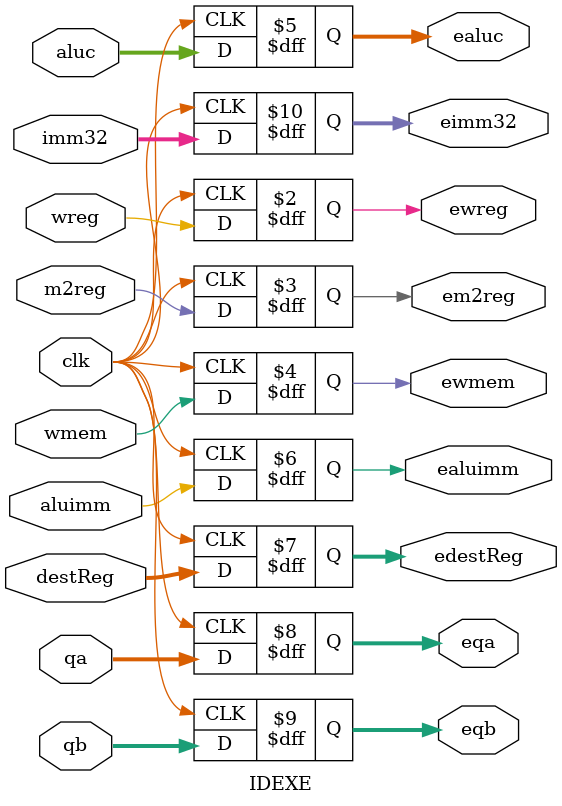
<source format=v>
`timescale 1ns / 1ps
module IDEXE(
    input wreg,
    input m2reg,
    input wmem,
    input [3:0] aluc,
    input aluimm,
    input [4:0] destReg,
    input [31:0]qa,
    input [31:0]qb,
    input [31:0] imm32,
    input clk,
    output reg ewreg,
    output reg em2reg,
    output reg ewmem,
    output reg [3:0] ealuc,
    output reg ealuimm,
    output reg [4:0] edestReg,
    output reg [31:0] eqa,
    output reg [31:0] eqb,
    output reg [31:0] eimm32);
    always @(posedge clk) begin
        ewreg = wreg;
        em2reg = m2reg;
        ewmem = wmem;
        ealuc = aluc;
        ealuimm = aluimm;
        edestReg = destReg;
        eqa = qa;
        eqb = qb;
        eimm32 = imm32;
    end
endmodule

</source>
